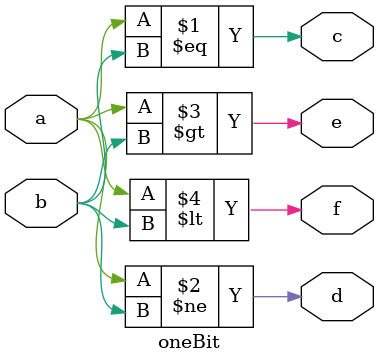
<source format=v>
`timescale 1ns / 1ps


module oneBit(
    input a, b,
    output c, d, e, f
    );
    
assign c = (a==b);
assign d = (a!=b);
assign e = a>b;
assign f = a<b;

endmodule

</source>
